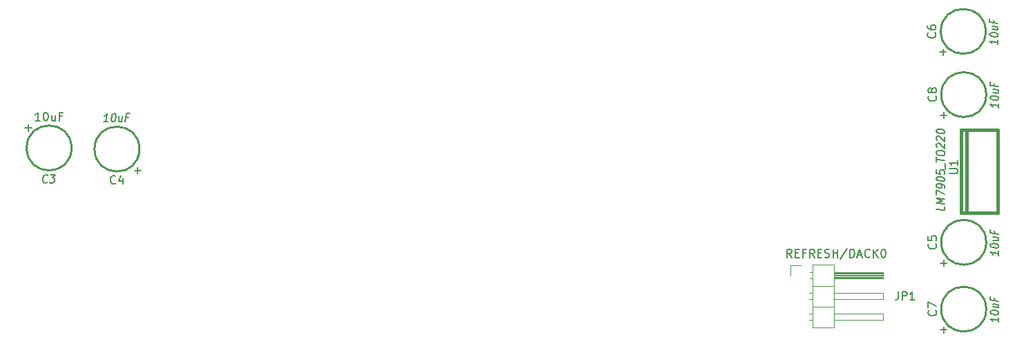
<source format=gto>
G04 #@! TF.GenerationSoftware,KiCad,Pcbnew,(5.1.6)-1*
G04 #@! TF.CreationDate,2021-02-05T21:35:54+00:00*
G04 #@! TF.ProjectId,ibmps1,69626d70-7331-42e6-9b69-6361645f7063,rev?*
G04 #@! TF.SameCoordinates,Original*
G04 #@! TF.FileFunction,Legend,Top*
G04 #@! TF.FilePolarity,Positive*
%FSLAX46Y46*%
G04 Gerber Fmt 4.6, Leading zero omitted, Abs format (unit mm)*
G04 Created by KiCad (PCBNEW (5.1.6)-1) date 2021-02-05 21:35:54*
%MOMM*%
%LPD*%
G01*
G04 APERTURE LIST*
%ADD10C,0.254000*%
%ADD11C,0.381000*%
%ADD12C,0.120000*%
%ADD13C,0.203200*%
%ADD14C,0.150000*%
G04 APERTURE END LIST*
D10*
X180931820Y-60198000D02*
G75*
G03*
X180931820Y-60198000I-2750820J0D01*
G01*
X180931820Y-86487000D02*
G75*
G03*
X180931820Y-86487000I-2750820J0D01*
G01*
X180868820Y-52451000D02*
G75*
G03*
X180868820Y-52451000I-2750820J0D01*
G01*
X180931820Y-78295500D02*
G75*
G03*
X180931820Y-78295500I-2750820J0D01*
G01*
X77172820Y-66865500D02*
G75*
G03*
X77172820Y-66865500I-2750820J0D01*
G01*
X68854320Y-66738500D02*
G75*
G03*
X68854320Y-66738500I-2750820J0D01*
G01*
D11*
X178499000Y-74676000D02*
X177864000Y-74676000D01*
X177864000Y-74676000D02*
X177864000Y-64516000D01*
X177864000Y-64516000D02*
X178499000Y-64516000D01*
X182309000Y-74676000D02*
X178499000Y-74676000D01*
X178499000Y-74676000D02*
X178499000Y-64516000D01*
X178499000Y-64516000D02*
X182309000Y-64516000D01*
X182309000Y-64516000D02*
X182309000Y-74676000D01*
D12*
X156908000Y-81089500D02*
X158178000Y-81089500D01*
X156908000Y-82359500D02*
X156908000Y-81089500D01*
X159220929Y-87819500D02*
X159618000Y-87819500D01*
X159220929Y-87059500D02*
X159618000Y-87059500D01*
X168278000Y-87819500D02*
X162278000Y-87819500D01*
X168278000Y-87059500D02*
X168278000Y-87819500D01*
X162278000Y-87059500D02*
X168278000Y-87059500D01*
X159618000Y-86169500D02*
X162278000Y-86169500D01*
X159220929Y-85279500D02*
X159618000Y-85279500D01*
X159220929Y-84519500D02*
X159618000Y-84519500D01*
X168278000Y-85279500D02*
X162278000Y-85279500D01*
X168278000Y-84519500D02*
X168278000Y-85279500D01*
X162278000Y-84519500D02*
X168278000Y-84519500D01*
X159618000Y-83629500D02*
X162278000Y-83629500D01*
X159288000Y-82739500D02*
X159618000Y-82739500D01*
X159288000Y-81979500D02*
X159618000Y-81979500D01*
X162278000Y-82639500D02*
X168278000Y-82639500D01*
X162278000Y-82519500D02*
X168278000Y-82519500D01*
X162278000Y-82399500D02*
X168278000Y-82399500D01*
X162278000Y-82279500D02*
X168278000Y-82279500D01*
X162278000Y-82159500D02*
X168278000Y-82159500D01*
X162278000Y-82039500D02*
X168278000Y-82039500D01*
X168278000Y-82739500D02*
X162278000Y-82739500D01*
X168278000Y-81979500D02*
X168278000Y-82739500D01*
X162278000Y-81979500D02*
X168278000Y-81979500D01*
X162278000Y-81029500D02*
X159618000Y-81029500D01*
X162278000Y-88769500D02*
X162278000Y-81029500D01*
X159618000Y-88769500D02*
X162278000Y-88769500D01*
X159618000Y-81029500D02*
X159618000Y-88769500D01*
D13*
X174733857Y-60367333D02*
X174782238Y-60415714D01*
X174830619Y-60560857D01*
X174830619Y-60657619D01*
X174782238Y-60802761D01*
X174685476Y-60899523D01*
X174588714Y-60947904D01*
X174395190Y-60996285D01*
X174250047Y-60996285D01*
X174056523Y-60947904D01*
X173959761Y-60899523D01*
X173863000Y-60802761D01*
X173814619Y-60657619D01*
X173814619Y-60560857D01*
X173863000Y-60415714D01*
X173911380Y-60367333D01*
X174250047Y-59786761D02*
X174201666Y-59883523D01*
X174153285Y-59931904D01*
X174056523Y-59980285D01*
X174008142Y-59980285D01*
X173911380Y-59931904D01*
X173863000Y-59883523D01*
X173814619Y-59786761D01*
X173814619Y-59593238D01*
X173863000Y-59496476D01*
X173911380Y-59448095D01*
X174008142Y-59399714D01*
X174056523Y-59399714D01*
X174153285Y-59448095D01*
X174201666Y-59496476D01*
X174250047Y-59593238D01*
X174250047Y-59786761D01*
X174298428Y-59883523D01*
X174346809Y-59931904D01*
X174443571Y-59980285D01*
X174637095Y-59980285D01*
X174733857Y-59931904D01*
X174782238Y-59883523D01*
X174830619Y-59786761D01*
X174830619Y-59593238D01*
X174782238Y-59496476D01*
X174733857Y-59448095D01*
X174637095Y-59399714D01*
X174443571Y-59399714D01*
X174346809Y-59448095D01*
X174298428Y-59496476D01*
X174250047Y-59593238D01*
X182450619Y-61283426D02*
X182450619Y-61805940D01*
X182450619Y-61544683D02*
X181434619Y-61417683D01*
X181579761Y-61522912D01*
X181676523Y-61622093D01*
X181724904Y-61715226D01*
X181434619Y-60590369D02*
X181434619Y-60503283D01*
X181483000Y-60422245D01*
X181531380Y-60384750D01*
X181628142Y-60353302D01*
X181821666Y-60333950D01*
X182063571Y-60364188D01*
X182257095Y-60431921D01*
X182353857Y-60487560D01*
X182402238Y-60537150D01*
X182450619Y-60630283D01*
X182450619Y-60717369D01*
X182402238Y-60798407D01*
X182353857Y-60835902D01*
X182257095Y-60867350D01*
X182063571Y-60886702D01*
X181821666Y-60856464D01*
X181628142Y-60788731D01*
X181531380Y-60733093D01*
X181483000Y-60683502D01*
X181434619Y-60590369D01*
X181773285Y-59544131D02*
X182450619Y-59628798D01*
X181773285Y-59936017D02*
X182305476Y-60002540D01*
X182402238Y-59971093D01*
X182450619Y-59890055D01*
X182450619Y-59759426D01*
X182402238Y-59666293D01*
X182353857Y-59616702D01*
X181918428Y-58822045D02*
X181918428Y-59126845D01*
X182450619Y-59193369D02*
X181434619Y-59066369D01*
X181434619Y-58630940D01*
X175713571Y-63125047D02*
X175713571Y-62350952D01*
X176100619Y-62738000D02*
X175326523Y-62738000D01*
X174733857Y-86656333D02*
X174782238Y-86704714D01*
X174830619Y-86849857D01*
X174830619Y-86946619D01*
X174782238Y-87091761D01*
X174685476Y-87188523D01*
X174588714Y-87236904D01*
X174395190Y-87285285D01*
X174250047Y-87285285D01*
X174056523Y-87236904D01*
X173959761Y-87188523D01*
X173863000Y-87091761D01*
X173814619Y-86946619D01*
X173814619Y-86849857D01*
X173863000Y-86704714D01*
X173911380Y-86656333D01*
X173814619Y-86317666D02*
X173814619Y-85640333D01*
X174830619Y-86075761D01*
X182450619Y-87572426D02*
X182450619Y-88094940D01*
X182450619Y-87833683D02*
X181434619Y-87706683D01*
X181579761Y-87811912D01*
X181676523Y-87911093D01*
X181724904Y-88004226D01*
X181434619Y-86879369D02*
X181434619Y-86792283D01*
X181483000Y-86711245D01*
X181531380Y-86673750D01*
X181628142Y-86642302D01*
X181821666Y-86622950D01*
X182063571Y-86653188D01*
X182257095Y-86720921D01*
X182353857Y-86776560D01*
X182402238Y-86826150D01*
X182450619Y-86919283D01*
X182450619Y-87006369D01*
X182402238Y-87087407D01*
X182353857Y-87124902D01*
X182257095Y-87156350D01*
X182063571Y-87175702D01*
X181821666Y-87145464D01*
X181628142Y-87077731D01*
X181531380Y-87022093D01*
X181483000Y-86972502D01*
X181434619Y-86879369D01*
X181773285Y-85833131D02*
X182450619Y-85917798D01*
X181773285Y-86225017D02*
X182305476Y-86291540D01*
X182402238Y-86260093D01*
X182450619Y-86179055D01*
X182450619Y-86048426D01*
X182402238Y-85955293D01*
X182353857Y-85905702D01*
X181918428Y-85111045D02*
X181918428Y-85415845D01*
X182450619Y-85482369D02*
X181434619Y-85355369D01*
X181434619Y-84919940D01*
X175713571Y-89414047D02*
X175713571Y-88639952D01*
X176100619Y-89027000D02*
X175326523Y-89027000D01*
X174670857Y-52620333D02*
X174719238Y-52668714D01*
X174767619Y-52813857D01*
X174767619Y-52910619D01*
X174719238Y-53055761D01*
X174622476Y-53152523D01*
X174525714Y-53200904D01*
X174332190Y-53249285D01*
X174187047Y-53249285D01*
X173993523Y-53200904D01*
X173896761Y-53152523D01*
X173800000Y-53055761D01*
X173751619Y-52910619D01*
X173751619Y-52813857D01*
X173800000Y-52668714D01*
X173848380Y-52620333D01*
X173751619Y-51749476D02*
X173751619Y-51943000D01*
X173800000Y-52039761D01*
X173848380Y-52088142D01*
X173993523Y-52184904D01*
X174187047Y-52233285D01*
X174574095Y-52233285D01*
X174670857Y-52184904D01*
X174719238Y-52136523D01*
X174767619Y-52039761D01*
X174767619Y-51846238D01*
X174719238Y-51749476D01*
X174670857Y-51701095D01*
X174574095Y-51652714D01*
X174332190Y-51652714D01*
X174235428Y-51701095D01*
X174187047Y-51749476D01*
X174138666Y-51846238D01*
X174138666Y-52039761D01*
X174187047Y-52136523D01*
X174235428Y-52184904D01*
X174332190Y-52233285D01*
X182387619Y-53536426D02*
X182387619Y-54058940D01*
X182387619Y-53797683D02*
X181371619Y-53670683D01*
X181516761Y-53775912D01*
X181613523Y-53875093D01*
X181661904Y-53968226D01*
X181371619Y-52843369D02*
X181371619Y-52756283D01*
X181420000Y-52675245D01*
X181468380Y-52637750D01*
X181565142Y-52606302D01*
X181758666Y-52586950D01*
X182000571Y-52617188D01*
X182194095Y-52684921D01*
X182290857Y-52740560D01*
X182339238Y-52790150D01*
X182387619Y-52883283D01*
X182387619Y-52970369D01*
X182339238Y-53051407D01*
X182290857Y-53088902D01*
X182194095Y-53120350D01*
X182000571Y-53139702D01*
X181758666Y-53109464D01*
X181565142Y-53041731D01*
X181468380Y-52986093D01*
X181420000Y-52936502D01*
X181371619Y-52843369D01*
X181710285Y-51797131D02*
X182387619Y-51881798D01*
X181710285Y-52189017D02*
X182242476Y-52255540D01*
X182339238Y-52224093D01*
X182387619Y-52143055D01*
X182387619Y-52012426D01*
X182339238Y-51919293D01*
X182290857Y-51869702D01*
X181855428Y-51075045D02*
X181855428Y-51379845D01*
X182387619Y-51446369D02*
X181371619Y-51319369D01*
X181371619Y-50883940D01*
X175650571Y-55378047D02*
X175650571Y-54603952D01*
X176037619Y-54991000D02*
X175263523Y-54991000D01*
X174733857Y-78464833D02*
X174782238Y-78513214D01*
X174830619Y-78658357D01*
X174830619Y-78755119D01*
X174782238Y-78900261D01*
X174685476Y-78997023D01*
X174588714Y-79045404D01*
X174395190Y-79093785D01*
X174250047Y-79093785D01*
X174056523Y-79045404D01*
X173959761Y-78997023D01*
X173863000Y-78900261D01*
X173814619Y-78755119D01*
X173814619Y-78658357D01*
X173863000Y-78513214D01*
X173911380Y-78464833D01*
X173814619Y-77545595D02*
X173814619Y-78029404D01*
X174298428Y-78077785D01*
X174250047Y-78029404D01*
X174201666Y-77932642D01*
X174201666Y-77690738D01*
X174250047Y-77593976D01*
X174298428Y-77545595D01*
X174395190Y-77497214D01*
X174637095Y-77497214D01*
X174733857Y-77545595D01*
X174782238Y-77593976D01*
X174830619Y-77690738D01*
X174830619Y-77932642D01*
X174782238Y-78029404D01*
X174733857Y-78077785D01*
X182450619Y-79380926D02*
X182450619Y-79903440D01*
X182450619Y-79642183D02*
X181434619Y-79515183D01*
X181579761Y-79620412D01*
X181676523Y-79719593D01*
X181724904Y-79812726D01*
X181434619Y-78687869D02*
X181434619Y-78600783D01*
X181483000Y-78519745D01*
X181531380Y-78482250D01*
X181628142Y-78450802D01*
X181821666Y-78431450D01*
X182063571Y-78461688D01*
X182257095Y-78529421D01*
X182353857Y-78585060D01*
X182402238Y-78634650D01*
X182450619Y-78727783D01*
X182450619Y-78814869D01*
X182402238Y-78895907D01*
X182353857Y-78933402D01*
X182257095Y-78964850D01*
X182063571Y-78984202D01*
X181821666Y-78953964D01*
X181628142Y-78886231D01*
X181531380Y-78830593D01*
X181483000Y-78781002D01*
X181434619Y-78687869D01*
X181773285Y-77641631D02*
X182450619Y-77726298D01*
X181773285Y-78033517D02*
X182305476Y-78100040D01*
X182402238Y-78068593D01*
X182450619Y-77987555D01*
X182450619Y-77856926D01*
X182402238Y-77763793D01*
X182353857Y-77714202D01*
X181918428Y-76919545D02*
X181918428Y-77224345D01*
X182450619Y-77290869D02*
X181434619Y-77163869D01*
X181434619Y-76728440D01*
X175713571Y-81222547D02*
X175713571Y-80448452D01*
X176100619Y-80835500D02*
X175326523Y-80835500D01*
X74252666Y-71038357D02*
X74204285Y-71086738D01*
X74059142Y-71135119D01*
X73962380Y-71135119D01*
X73817238Y-71086738D01*
X73720476Y-70989976D01*
X73672095Y-70893214D01*
X73623714Y-70699690D01*
X73623714Y-70554547D01*
X73672095Y-70361023D01*
X73720476Y-70264261D01*
X73817238Y-70167500D01*
X73962380Y-70119119D01*
X74059142Y-70119119D01*
X74204285Y-70167500D01*
X74252666Y-70215880D01*
X75123523Y-70457785D02*
X75123523Y-71135119D01*
X74881619Y-70070738D02*
X74639714Y-70796452D01*
X75268666Y-70796452D01*
X73336573Y-63515119D02*
X72814059Y-63515119D01*
X73075316Y-63515119D02*
X73202316Y-62499119D01*
X73097087Y-62644261D01*
X72997906Y-62741023D01*
X72904773Y-62789404D01*
X74029630Y-62499119D02*
X74116716Y-62499119D01*
X74197754Y-62547500D01*
X74235249Y-62595880D01*
X74266697Y-62692642D01*
X74286049Y-62886166D01*
X74255811Y-63128071D01*
X74188078Y-63321595D01*
X74132440Y-63418357D01*
X74082849Y-63466738D01*
X73989716Y-63515119D01*
X73902630Y-63515119D01*
X73821592Y-63466738D01*
X73784097Y-63418357D01*
X73752649Y-63321595D01*
X73733297Y-63128071D01*
X73763535Y-62886166D01*
X73831268Y-62692642D01*
X73886906Y-62595880D01*
X73936497Y-62547500D01*
X74029630Y-62499119D01*
X75075868Y-62837785D02*
X74991201Y-63515119D01*
X74683982Y-62837785D02*
X74617459Y-63369976D01*
X74648906Y-63466738D01*
X74729944Y-63515119D01*
X74860573Y-63515119D01*
X74953706Y-63466738D01*
X75003297Y-63418357D01*
X75797954Y-62982928D02*
X75493154Y-62982928D01*
X75426630Y-63515119D02*
X75553630Y-62499119D01*
X75989059Y-62499119D01*
X76574952Y-69478071D02*
X77349047Y-69478071D01*
X76962000Y-69865119D02*
X76962000Y-69091023D01*
X65014928Y-63388119D02*
X64434357Y-63388119D01*
X64724642Y-63388119D02*
X64724642Y-62372119D01*
X64627880Y-62517261D01*
X64531119Y-62614023D01*
X64434357Y-62662404D01*
X65643880Y-62372119D02*
X65740642Y-62372119D01*
X65837404Y-62420500D01*
X65885785Y-62468880D01*
X65934166Y-62565642D01*
X65982547Y-62759166D01*
X65982547Y-63001071D01*
X65934166Y-63194595D01*
X65885785Y-63291357D01*
X65837404Y-63339738D01*
X65740642Y-63388119D01*
X65643880Y-63388119D01*
X65547119Y-63339738D01*
X65498738Y-63291357D01*
X65450357Y-63194595D01*
X65401976Y-63001071D01*
X65401976Y-62759166D01*
X65450357Y-62565642D01*
X65498738Y-62468880D01*
X65547119Y-62420500D01*
X65643880Y-62372119D01*
X66853404Y-62710785D02*
X66853404Y-63388119D01*
X66417976Y-62710785D02*
X66417976Y-63242976D01*
X66466357Y-63339738D01*
X66563119Y-63388119D01*
X66708261Y-63388119D01*
X66805023Y-63339738D01*
X66853404Y-63291357D01*
X67675880Y-62855928D02*
X67337214Y-62855928D01*
X67337214Y-63388119D02*
X67337214Y-62372119D01*
X67821023Y-62372119D01*
X65857482Y-70911357D02*
X65807892Y-70959738D01*
X65671216Y-71008119D01*
X65584130Y-71008119D01*
X65459549Y-70959738D01*
X65384559Y-70862976D01*
X65353111Y-70766214D01*
X65333759Y-70572690D01*
X65351901Y-70427547D01*
X65419635Y-70234023D01*
X65475273Y-70137261D01*
X65574454Y-70040500D01*
X65711130Y-69992119D01*
X65798216Y-69992119D01*
X65922797Y-70040500D01*
X65960292Y-70088880D01*
X66277187Y-69992119D02*
X66843244Y-69992119D01*
X66490063Y-70379166D01*
X66620692Y-70379166D01*
X66701730Y-70427547D01*
X66739225Y-70475928D01*
X66770673Y-70572690D01*
X66740435Y-70814595D01*
X66684797Y-70911357D01*
X66635206Y-70959738D01*
X66542073Y-71008119D01*
X66280816Y-71008119D01*
X66199778Y-70959738D01*
X66162282Y-70911357D01*
X63176452Y-64271071D02*
X63950547Y-64271071D01*
X63563500Y-64658119D02*
X63563500Y-63884023D01*
X176418619Y-69862095D02*
X177241095Y-69862095D01*
X177337857Y-69813714D01*
X177386238Y-69765333D01*
X177434619Y-69668571D01*
X177434619Y-69475047D01*
X177386238Y-69378285D01*
X177337857Y-69329904D01*
X177241095Y-69281523D01*
X176418619Y-69281523D01*
X177434619Y-68265523D02*
X177434619Y-68846095D01*
X177434619Y-68555809D02*
X176418619Y-68555809D01*
X176563761Y-68652571D01*
X176660523Y-68749333D01*
X176708904Y-68846095D01*
X175847119Y-73910855D02*
X175847119Y-74346283D01*
X174831119Y-74219283D01*
X175847119Y-73606055D02*
X174831119Y-73479055D01*
X175556833Y-73264969D01*
X174831119Y-72869455D01*
X175847119Y-72996455D01*
X174831119Y-72521112D02*
X174831119Y-71911512D01*
X175847119Y-72430398D01*
X175847119Y-71646626D02*
X175847119Y-71472455D01*
X175798738Y-71379321D01*
X175750357Y-71329731D01*
X175605214Y-71224502D01*
X175411690Y-71156769D01*
X175024642Y-71108388D01*
X174927880Y-71139836D01*
X174879500Y-71177331D01*
X174831119Y-71258369D01*
X174831119Y-71432540D01*
X174879500Y-71525674D01*
X174927880Y-71575264D01*
X175024642Y-71630902D01*
X175266547Y-71661140D01*
X175363309Y-71629693D01*
X175411690Y-71592198D01*
X175460071Y-71511160D01*
X175460071Y-71336988D01*
X175411690Y-71243855D01*
X175363309Y-71194264D01*
X175266547Y-71138626D01*
X174831119Y-70518140D02*
X174831119Y-70431055D01*
X174879500Y-70350017D01*
X174927880Y-70312521D01*
X175024642Y-70281074D01*
X175218166Y-70261721D01*
X175460071Y-70291960D01*
X175653595Y-70359693D01*
X175750357Y-70415331D01*
X175798738Y-70464921D01*
X175847119Y-70558055D01*
X175847119Y-70645140D01*
X175798738Y-70726179D01*
X175750357Y-70763674D01*
X175653595Y-70795121D01*
X175460071Y-70814474D01*
X175218166Y-70784236D01*
X175024642Y-70716502D01*
X174927880Y-70660864D01*
X174879500Y-70611274D01*
X174831119Y-70518140D01*
X174831119Y-69386026D02*
X174831119Y-69821455D01*
X175314928Y-69925474D01*
X175266547Y-69875883D01*
X175218166Y-69782750D01*
X175218166Y-69565036D01*
X175266547Y-69483998D01*
X175314928Y-69446502D01*
X175411690Y-69415055D01*
X175653595Y-69445293D01*
X175750357Y-69500931D01*
X175798738Y-69550521D01*
X175847119Y-69643655D01*
X175847119Y-69861369D01*
X175798738Y-69942407D01*
X175750357Y-69979902D01*
X175943880Y-69307407D02*
X175943880Y-68610721D01*
X174831119Y-68384540D02*
X174831119Y-67862026D01*
X175847119Y-68250283D02*
X174831119Y-68123283D01*
X174831119Y-67383055D02*
X174831119Y-67208883D01*
X174879500Y-67127845D01*
X174976261Y-67052855D01*
X175169785Y-67033502D01*
X175508452Y-67075836D01*
X175701976Y-67143569D01*
X175798738Y-67242750D01*
X175847119Y-67335883D01*
X175847119Y-67510055D01*
X175798738Y-67591093D01*
X175701976Y-67666083D01*
X175508452Y-67685436D01*
X175169785Y-67643102D01*
X174976261Y-67575369D01*
X174879500Y-67476188D01*
X174831119Y-67383055D01*
X174927880Y-66654921D02*
X174879500Y-66605331D01*
X174831119Y-66512198D01*
X174831119Y-66294483D01*
X174879500Y-66213445D01*
X174927880Y-66175950D01*
X175024642Y-66144502D01*
X175121404Y-66156598D01*
X175266547Y-66218283D01*
X175847119Y-66813369D01*
X175847119Y-66247312D01*
X174927880Y-65784064D02*
X174879500Y-65734474D01*
X174831119Y-65641340D01*
X174831119Y-65423626D01*
X174879500Y-65342588D01*
X174927880Y-65305093D01*
X175024642Y-65273645D01*
X175121404Y-65285740D01*
X175266547Y-65347426D01*
X175847119Y-65942512D01*
X175847119Y-65376455D01*
X174831119Y-64683398D02*
X174831119Y-64596312D01*
X174879500Y-64515274D01*
X174927880Y-64477779D01*
X175024642Y-64446331D01*
X175218166Y-64426979D01*
X175460071Y-64457217D01*
X175653595Y-64524950D01*
X175750357Y-64580588D01*
X175798738Y-64630179D01*
X175847119Y-64723312D01*
X175847119Y-64810398D01*
X175798738Y-64891436D01*
X175750357Y-64928931D01*
X175653595Y-64960379D01*
X175460071Y-64979731D01*
X175218166Y-64949493D01*
X175024642Y-64881760D01*
X174927880Y-64826121D01*
X174879500Y-64776531D01*
X174831119Y-64683398D01*
D14*
X170171666Y-84351880D02*
X170171666Y-85066166D01*
X170124047Y-85209023D01*
X170028809Y-85304261D01*
X169885952Y-85351880D01*
X169790714Y-85351880D01*
X170647857Y-85351880D02*
X170647857Y-84351880D01*
X171028809Y-84351880D01*
X171124047Y-84399500D01*
X171171666Y-84447119D01*
X171219285Y-84542357D01*
X171219285Y-84685214D01*
X171171666Y-84780452D01*
X171124047Y-84828071D01*
X171028809Y-84875690D01*
X170647857Y-84875690D01*
X172171666Y-85351880D02*
X171600238Y-85351880D01*
X171885952Y-85351880D02*
X171885952Y-84351880D01*
X171790714Y-84494738D01*
X171695476Y-84589976D01*
X171600238Y-84637595D01*
X157107619Y-80144880D02*
X156774285Y-79668690D01*
X156536190Y-80144880D02*
X156536190Y-79144880D01*
X156917142Y-79144880D01*
X157012380Y-79192500D01*
X157060000Y-79240119D01*
X157107619Y-79335357D01*
X157107619Y-79478214D01*
X157060000Y-79573452D01*
X157012380Y-79621071D01*
X156917142Y-79668690D01*
X156536190Y-79668690D01*
X157536190Y-79621071D02*
X157869523Y-79621071D01*
X158012380Y-80144880D02*
X157536190Y-80144880D01*
X157536190Y-79144880D01*
X158012380Y-79144880D01*
X158774285Y-79621071D02*
X158440952Y-79621071D01*
X158440952Y-80144880D02*
X158440952Y-79144880D01*
X158917142Y-79144880D01*
X159869523Y-80144880D02*
X159536190Y-79668690D01*
X159298095Y-80144880D02*
X159298095Y-79144880D01*
X159679047Y-79144880D01*
X159774285Y-79192500D01*
X159821904Y-79240119D01*
X159869523Y-79335357D01*
X159869523Y-79478214D01*
X159821904Y-79573452D01*
X159774285Y-79621071D01*
X159679047Y-79668690D01*
X159298095Y-79668690D01*
X160298095Y-79621071D02*
X160631428Y-79621071D01*
X160774285Y-80144880D02*
X160298095Y-80144880D01*
X160298095Y-79144880D01*
X160774285Y-79144880D01*
X161155238Y-80097261D02*
X161298095Y-80144880D01*
X161536190Y-80144880D01*
X161631428Y-80097261D01*
X161679047Y-80049642D01*
X161726666Y-79954404D01*
X161726666Y-79859166D01*
X161679047Y-79763928D01*
X161631428Y-79716309D01*
X161536190Y-79668690D01*
X161345714Y-79621071D01*
X161250476Y-79573452D01*
X161202857Y-79525833D01*
X161155238Y-79430595D01*
X161155238Y-79335357D01*
X161202857Y-79240119D01*
X161250476Y-79192500D01*
X161345714Y-79144880D01*
X161583809Y-79144880D01*
X161726666Y-79192500D01*
X162155238Y-80144880D02*
X162155238Y-79144880D01*
X162155238Y-79621071D02*
X162726666Y-79621071D01*
X162726666Y-80144880D02*
X162726666Y-79144880D01*
X163917142Y-79097261D02*
X163060000Y-80382976D01*
X164250476Y-80144880D02*
X164250476Y-79144880D01*
X164488571Y-79144880D01*
X164631428Y-79192500D01*
X164726666Y-79287738D01*
X164774285Y-79382976D01*
X164821904Y-79573452D01*
X164821904Y-79716309D01*
X164774285Y-79906785D01*
X164726666Y-80002023D01*
X164631428Y-80097261D01*
X164488571Y-80144880D01*
X164250476Y-80144880D01*
X165202857Y-79859166D02*
X165679047Y-79859166D01*
X165107619Y-80144880D02*
X165440952Y-79144880D01*
X165774285Y-80144880D01*
X166679047Y-80049642D02*
X166631428Y-80097261D01*
X166488571Y-80144880D01*
X166393333Y-80144880D01*
X166250476Y-80097261D01*
X166155238Y-80002023D01*
X166107619Y-79906785D01*
X166059999Y-79716309D01*
X166059999Y-79573452D01*
X166107619Y-79382976D01*
X166155238Y-79287738D01*
X166250476Y-79192500D01*
X166393333Y-79144880D01*
X166488571Y-79144880D01*
X166631428Y-79192500D01*
X166679047Y-79240119D01*
X167107619Y-80144880D02*
X167107619Y-79144880D01*
X167679047Y-80144880D02*
X167250476Y-79573452D01*
X167679047Y-79144880D02*
X167107619Y-79716309D01*
X168298095Y-79144880D02*
X168393333Y-79144880D01*
X168488571Y-79192500D01*
X168536190Y-79240119D01*
X168583809Y-79335357D01*
X168631428Y-79525833D01*
X168631428Y-79763928D01*
X168583809Y-79954404D01*
X168536190Y-80049642D01*
X168488571Y-80097261D01*
X168393333Y-80144880D01*
X168298095Y-80144880D01*
X168202857Y-80097261D01*
X168155238Y-80049642D01*
X168107619Y-79954404D01*
X168059999Y-79763928D01*
X168059999Y-79525833D01*
X168107619Y-79335357D01*
X168155238Y-79240119D01*
X168202857Y-79192500D01*
X168298095Y-79144880D01*
M02*

</source>
